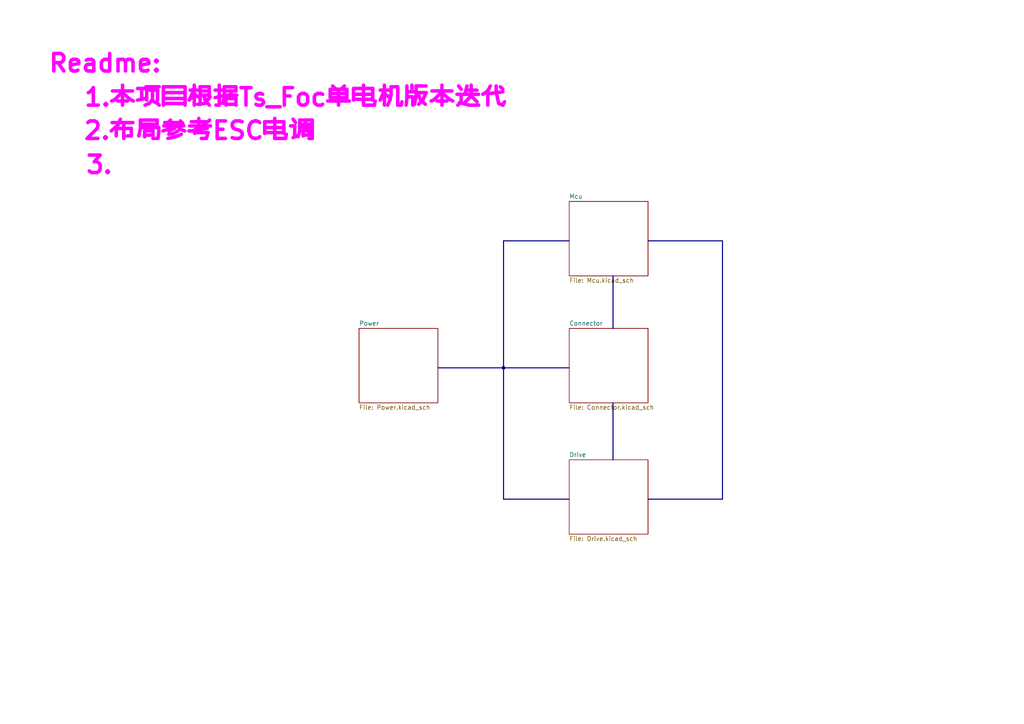
<source format=kicad_sch>
(kicad_sch
	(version 20250114)
	(generator "eeschema")
	(generator_version "9.0")
	(uuid "0cbcabec-8024-48c7-ab91-86e279a5637e")
	(paper "A4")
	(title_block
		(date "2025-01-24")
		(rev "Dennis_Re_Yoonjiho")
	)
	(lib_symbols)
	(text "2.布局参考ESC电调"
		(exclude_from_sim yes)
		(at 57.912 38.1 0)
		(effects
			(font
				(size 5.08 5.08)
				(thickness 1.016)
				(bold yes)
				(color 255 2 253 1)
			)
		)
		(uuid "52dae713-1d44-4247-b2ca-abf42a355b7c")
	)
	(text "3. "
		(exclude_from_sim yes)
		(at 30.734 48.006 0)
		(effects
			(font
				(size 5.08 5.08)
				(thickness 1.016)
				(bold yes)
				(color 255 2 253 1)
			)
		)
		(uuid "afe14490-1999-4f10-b91d-dbab6ed703cc")
	)
	(text "1.本项目根据Ts_Foc单电机版本迭代\n"
		(exclude_from_sim yes)
		(at 85.852 28.448 0)
		(effects
			(font
				(size 5.08 5.08)
				(thickness 1.016)
				(bold yes)
				(color 255 2 253 1)
			)
		)
		(uuid "b89d030f-1a64-4c82-88de-eb7ebae8b650")
	)
	(text "Readme:"
		(exclude_from_sim yes)
		(at 30.48 18.542 0)
		(effects
			(font
				(size 5.08 5.08)
				(thickness 1.016)
				(bold yes)
				(color 255 2 253 1)
			)
		)
		(uuid "f1b1e739-50ce-4366-917c-bcbae624b362")
	)
	(junction
		(at 146.05 106.68)
		(diameter 0)
		(color 0 0 0 0)
		(uuid "bf674a9c-9342-490d-b12e-87a8d2d61999")
	)
	(bus
		(pts
			(xy 146.05 69.85) (xy 146.05 106.68)
		)
		(stroke
			(width 0)
			(type default)
		)
		(uuid "1056de3c-c82e-46c6-a34e-358540c01f54")
	)
	(bus
		(pts
			(xy 127 106.68) (xy 146.05 106.68)
		)
		(stroke
			(width 0)
			(type default)
		)
		(uuid "159ffaeb-bdfc-4d24-a13d-8e859aacca93")
	)
	(bus
		(pts
			(xy 165.1 69.85) (xy 146.05 69.85)
		)
		(stroke
			(width 0)
			(type default)
		)
		(uuid "16f016bc-52e7-4fea-a492-53a3e6d99abe")
	)
	(bus
		(pts
			(xy 146.05 144.78) (xy 165.1 144.78)
		)
		(stroke
			(width 0)
			(type default)
		)
		(uuid "5f4e08ec-e525-4ade-9851-ca5ed9db121f")
	)
	(bus
		(pts
			(xy 146.05 106.68) (xy 165.1 106.68)
		)
		(stroke
			(width 0)
			(type default)
		)
		(uuid "751ed3c4-4283-4c9f-bc6c-f3bb24eecb5a")
	)
	(bus
		(pts
			(xy 177.8 80.01) (xy 177.8 95.25)
		)
		(stroke
			(width 0)
			(type default)
		)
		(uuid "a02926b4-d95e-4441-aeb7-d693914adbd8")
	)
	(bus
		(pts
			(xy 187.96 69.85) (xy 209.55 69.85)
		)
		(stroke
			(width 0)
			(type default)
		)
		(uuid "a36e6c92-5b80-49e7-be5c-6a821ac7f8e5")
	)
	(bus
		(pts
			(xy 187.96 144.78) (xy 209.55 144.78)
		)
		(stroke
			(width 0)
			(type default)
		)
		(uuid "a888d0e7-d558-46e3-9d32-ae2675d0bd30")
	)
	(bus
		(pts
			(xy 146.05 106.68) (xy 146.05 144.78)
		)
		(stroke
			(width 0)
			(type default)
		)
		(uuid "cf82fa4c-3c6a-40e1-830e-cdacc62b2a50")
	)
	(bus
		(pts
			(xy 209.55 69.85) (xy 209.55 144.78)
		)
		(stroke
			(width 0)
			(type default)
		)
		(uuid "e7704409-2c7a-4da4-bf63-0e9804f7946e")
	)
	(bus
		(pts
			(xy 177.8 116.84) (xy 177.8 133.35)
		)
		(stroke
			(width 0)
			(type default)
		)
		(uuid "ee2f4cdc-ba78-405f-b006-2a4403d85a5b")
	)
	(sheet
		(at 165.1 58.42)
		(size 22.86 21.59)
		(exclude_from_sim no)
		(in_bom yes)
		(on_board yes)
		(dnp no)
		(fields_autoplaced yes)
		(stroke
			(width 0.1524)
			(type solid)
		)
		(fill
			(color 0 0 0 0.0000)
		)
		(uuid "5b2b706b-dc46-410d-930c-36fa0d5c1118")
		(property "Sheetname" "Mcu"
			(at 165.1 57.7084 0)
			(effects
				(font
					(size 1.27 1.27)
				)
				(justify left bottom)
			)
		)
		(property "Sheetfile" "Mcu.kicad_sch"
			(at 165.1 80.5946 0)
			(effects
				(font
					(size 1.27 1.27)
				)
				(justify left top)
			)
		)
		(instances
			(project "Ts_Foc_Vo1_0"
				(path "/0cbcabec-8024-48c7-ab91-86e279a5637e"
					(page "2")
				)
			)
		)
	)
	(sheet
		(at 104.14 95.25)
		(size 22.86 21.59)
		(exclude_from_sim no)
		(in_bom yes)
		(on_board yes)
		(dnp no)
		(fields_autoplaced yes)
		(stroke
			(width 0.1524)
			(type solid)
		)
		(fill
			(color 0 0 0 0.0000)
		)
		(uuid "97ee4039-d600-4608-b2ff-7d42036ea92c")
		(property "Sheetname" "Power"
			(at 104.14 94.5384 0)
			(effects
				(font
					(size 1.27 1.27)
				)
				(justify left bottom)
			)
		)
		(property "Sheetfile" "Power.kicad_sch"
			(at 104.14 117.4246 0)
			(effects
				(font
					(size 1.27 1.27)
				)
				(justify left top)
			)
		)
		(instances
			(project "Ts_Foc_Vo1_0"
				(path "/0cbcabec-8024-48c7-ab91-86e279a5637e"
					(page "1")
				)
			)
		)
	)
	(sheet
		(at 165.1 95.25)
		(size 22.86 21.59)
		(exclude_from_sim no)
		(in_bom yes)
		(on_board yes)
		(dnp no)
		(fields_autoplaced yes)
		(stroke
			(width 0.1524)
			(type solid)
		)
		(fill
			(color 0 0 0 0.0000)
		)
		(uuid "f3329442-eac4-40be-b987-eebdbe922017")
		(property "Sheetname" "Connector"
			(at 165.1 94.5384 0)
			(effects
				(font
					(size 1.27 1.27)
				)
				(justify left bottom)
			)
		)
		(property "Sheetfile" "Connector.kicad_sch"
			(at 165.1 117.4246 0)
			(effects
				(font
					(size 1.27 1.27)
				)
				(justify left top)
			)
		)
		(instances
			(project "Ts_Foc_Vo1_0"
				(path "/0cbcabec-8024-48c7-ab91-86e279a5637e"
					(page "4")
				)
			)
		)
	)
	(sheet
		(at 165.1 133.35)
		(size 22.86 21.59)
		(exclude_from_sim no)
		(in_bom yes)
		(on_board yes)
		(dnp no)
		(fields_autoplaced yes)
		(stroke
			(width 0.1524)
			(type solid)
		)
		(fill
			(color 0 0 0 0.0000)
		)
		(uuid "fab28823-ecd3-450b-84d7-789286e0ef2b")
		(property "Sheetname" "Drive"
			(at 165.1 132.6384 0)
			(effects
				(font
					(size 1.27 1.27)
				)
				(justify left bottom)
			)
		)
		(property "Sheetfile" "Drive.kicad_sch"
			(at 165.1 155.5246 0)
			(effects
				(font
					(size 1.27 1.27)
				)
				(justify left top)
			)
		)
		(instances
			(project "Ts_Foc_Vo1_0"
				(path "/0cbcabec-8024-48c7-ab91-86e279a5637e"
					(page "3")
				)
			)
		)
	)
	(sheet_instances
		(path "/"
			(page "0")
		)
	)
	(embedded_fonts no)
)

</source>
